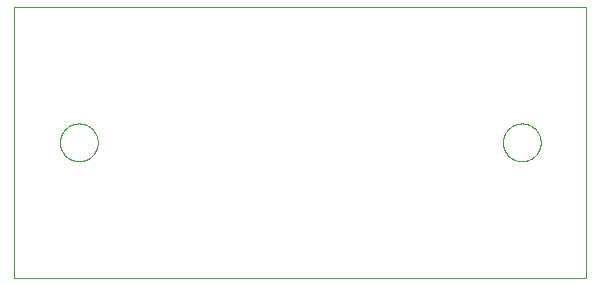
<source format=gtp>
G75*
%MOIN*%
%OFA0B0*%
%FSLAX25Y25*%
%IPPOS*%
%LPD*%
%AMOC8*
5,1,8,0,0,1.08239X$1,22.5*
%
%ADD10C,0.00000*%
D10*
X0001134Y0001000D02*
X0001134Y0091551D01*
X0191827Y0091551D01*
X0191827Y0001000D01*
X0001134Y0001000D01*
X0016362Y0046276D02*
X0016364Y0046434D01*
X0016370Y0046592D01*
X0016380Y0046750D01*
X0016394Y0046908D01*
X0016412Y0047065D01*
X0016433Y0047222D01*
X0016459Y0047378D01*
X0016489Y0047534D01*
X0016522Y0047689D01*
X0016560Y0047842D01*
X0016601Y0047995D01*
X0016646Y0048147D01*
X0016695Y0048298D01*
X0016748Y0048447D01*
X0016804Y0048595D01*
X0016864Y0048741D01*
X0016928Y0048886D01*
X0016996Y0049029D01*
X0017067Y0049171D01*
X0017141Y0049311D01*
X0017219Y0049448D01*
X0017301Y0049584D01*
X0017385Y0049718D01*
X0017474Y0049849D01*
X0017565Y0049978D01*
X0017660Y0050105D01*
X0017757Y0050230D01*
X0017858Y0050352D01*
X0017962Y0050471D01*
X0018069Y0050588D01*
X0018179Y0050702D01*
X0018292Y0050813D01*
X0018407Y0050922D01*
X0018525Y0051027D01*
X0018646Y0051129D01*
X0018769Y0051229D01*
X0018895Y0051325D01*
X0019023Y0051418D01*
X0019153Y0051508D01*
X0019286Y0051594D01*
X0019421Y0051678D01*
X0019557Y0051757D01*
X0019696Y0051834D01*
X0019837Y0051906D01*
X0019979Y0051976D01*
X0020123Y0052041D01*
X0020269Y0052103D01*
X0020416Y0052161D01*
X0020565Y0052216D01*
X0020715Y0052267D01*
X0020866Y0052314D01*
X0021018Y0052357D01*
X0021171Y0052396D01*
X0021326Y0052432D01*
X0021481Y0052463D01*
X0021637Y0052491D01*
X0021793Y0052515D01*
X0021950Y0052535D01*
X0022108Y0052551D01*
X0022265Y0052563D01*
X0022424Y0052571D01*
X0022582Y0052575D01*
X0022740Y0052575D01*
X0022898Y0052571D01*
X0023057Y0052563D01*
X0023214Y0052551D01*
X0023372Y0052535D01*
X0023529Y0052515D01*
X0023685Y0052491D01*
X0023841Y0052463D01*
X0023996Y0052432D01*
X0024151Y0052396D01*
X0024304Y0052357D01*
X0024456Y0052314D01*
X0024607Y0052267D01*
X0024757Y0052216D01*
X0024906Y0052161D01*
X0025053Y0052103D01*
X0025199Y0052041D01*
X0025343Y0051976D01*
X0025485Y0051906D01*
X0025626Y0051834D01*
X0025765Y0051757D01*
X0025901Y0051678D01*
X0026036Y0051594D01*
X0026169Y0051508D01*
X0026299Y0051418D01*
X0026427Y0051325D01*
X0026553Y0051229D01*
X0026676Y0051129D01*
X0026797Y0051027D01*
X0026915Y0050922D01*
X0027030Y0050813D01*
X0027143Y0050702D01*
X0027253Y0050588D01*
X0027360Y0050471D01*
X0027464Y0050352D01*
X0027565Y0050230D01*
X0027662Y0050105D01*
X0027757Y0049978D01*
X0027848Y0049849D01*
X0027937Y0049718D01*
X0028021Y0049584D01*
X0028103Y0049448D01*
X0028181Y0049311D01*
X0028255Y0049171D01*
X0028326Y0049029D01*
X0028394Y0048886D01*
X0028458Y0048741D01*
X0028518Y0048595D01*
X0028574Y0048447D01*
X0028627Y0048298D01*
X0028676Y0048147D01*
X0028721Y0047995D01*
X0028762Y0047842D01*
X0028800Y0047689D01*
X0028833Y0047534D01*
X0028863Y0047378D01*
X0028889Y0047222D01*
X0028910Y0047065D01*
X0028928Y0046908D01*
X0028942Y0046750D01*
X0028952Y0046592D01*
X0028958Y0046434D01*
X0028960Y0046276D01*
X0028958Y0046118D01*
X0028952Y0045960D01*
X0028942Y0045802D01*
X0028928Y0045644D01*
X0028910Y0045487D01*
X0028889Y0045330D01*
X0028863Y0045174D01*
X0028833Y0045018D01*
X0028800Y0044863D01*
X0028762Y0044710D01*
X0028721Y0044557D01*
X0028676Y0044405D01*
X0028627Y0044254D01*
X0028574Y0044105D01*
X0028518Y0043957D01*
X0028458Y0043811D01*
X0028394Y0043666D01*
X0028326Y0043523D01*
X0028255Y0043381D01*
X0028181Y0043241D01*
X0028103Y0043104D01*
X0028021Y0042968D01*
X0027937Y0042834D01*
X0027848Y0042703D01*
X0027757Y0042574D01*
X0027662Y0042447D01*
X0027565Y0042322D01*
X0027464Y0042200D01*
X0027360Y0042081D01*
X0027253Y0041964D01*
X0027143Y0041850D01*
X0027030Y0041739D01*
X0026915Y0041630D01*
X0026797Y0041525D01*
X0026676Y0041423D01*
X0026553Y0041323D01*
X0026427Y0041227D01*
X0026299Y0041134D01*
X0026169Y0041044D01*
X0026036Y0040958D01*
X0025901Y0040874D01*
X0025765Y0040795D01*
X0025626Y0040718D01*
X0025485Y0040646D01*
X0025343Y0040576D01*
X0025199Y0040511D01*
X0025053Y0040449D01*
X0024906Y0040391D01*
X0024757Y0040336D01*
X0024607Y0040285D01*
X0024456Y0040238D01*
X0024304Y0040195D01*
X0024151Y0040156D01*
X0023996Y0040120D01*
X0023841Y0040089D01*
X0023685Y0040061D01*
X0023529Y0040037D01*
X0023372Y0040017D01*
X0023214Y0040001D01*
X0023057Y0039989D01*
X0022898Y0039981D01*
X0022740Y0039977D01*
X0022582Y0039977D01*
X0022424Y0039981D01*
X0022265Y0039989D01*
X0022108Y0040001D01*
X0021950Y0040017D01*
X0021793Y0040037D01*
X0021637Y0040061D01*
X0021481Y0040089D01*
X0021326Y0040120D01*
X0021171Y0040156D01*
X0021018Y0040195D01*
X0020866Y0040238D01*
X0020715Y0040285D01*
X0020565Y0040336D01*
X0020416Y0040391D01*
X0020269Y0040449D01*
X0020123Y0040511D01*
X0019979Y0040576D01*
X0019837Y0040646D01*
X0019696Y0040718D01*
X0019557Y0040795D01*
X0019421Y0040874D01*
X0019286Y0040958D01*
X0019153Y0041044D01*
X0019023Y0041134D01*
X0018895Y0041227D01*
X0018769Y0041323D01*
X0018646Y0041423D01*
X0018525Y0041525D01*
X0018407Y0041630D01*
X0018292Y0041739D01*
X0018179Y0041850D01*
X0018069Y0041964D01*
X0017962Y0042081D01*
X0017858Y0042200D01*
X0017757Y0042322D01*
X0017660Y0042447D01*
X0017565Y0042574D01*
X0017474Y0042703D01*
X0017385Y0042834D01*
X0017301Y0042968D01*
X0017219Y0043104D01*
X0017141Y0043241D01*
X0017067Y0043381D01*
X0016996Y0043523D01*
X0016928Y0043666D01*
X0016864Y0043811D01*
X0016804Y0043957D01*
X0016748Y0044105D01*
X0016695Y0044254D01*
X0016646Y0044405D01*
X0016601Y0044557D01*
X0016560Y0044710D01*
X0016522Y0044863D01*
X0016489Y0045018D01*
X0016459Y0045174D01*
X0016433Y0045330D01*
X0016412Y0045487D01*
X0016394Y0045644D01*
X0016380Y0045802D01*
X0016370Y0045960D01*
X0016364Y0046118D01*
X0016362Y0046276D01*
X0164000Y0046276D02*
X0164002Y0046434D01*
X0164008Y0046592D01*
X0164018Y0046750D01*
X0164032Y0046908D01*
X0164050Y0047065D01*
X0164071Y0047222D01*
X0164097Y0047378D01*
X0164127Y0047534D01*
X0164160Y0047689D01*
X0164198Y0047842D01*
X0164239Y0047995D01*
X0164284Y0048147D01*
X0164333Y0048298D01*
X0164386Y0048447D01*
X0164442Y0048595D01*
X0164502Y0048741D01*
X0164566Y0048886D01*
X0164634Y0049029D01*
X0164705Y0049171D01*
X0164779Y0049311D01*
X0164857Y0049448D01*
X0164939Y0049584D01*
X0165023Y0049718D01*
X0165112Y0049849D01*
X0165203Y0049978D01*
X0165298Y0050105D01*
X0165395Y0050230D01*
X0165496Y0050352D01*
X0165600Y0050471D01*
X0165707Y0050588D01*
X0165817Y0050702D01*
X0165930Y0050813D01*
X0166045Y0050922D01*
X0166163Y0051027D01*
X0166284Y0051129D01*
X0166407Y0051229D01*
X0166533Y0051325D01*
X0166661Y0051418D01*
X0166791Y0051508D01*
X0166924Y0051594D01*
X0167059Y0051678D01*
X0167195Y0051757D01*
X0167334Y0051834D01*
X0167475Y0051906D01*
X0167617Y0051976D01*
X0167761Y0052041D01*
X0167907Y0052103D01*
X0168054Y0052161D01*
X0168203Y0052216D01*
X0168353Y0052267D01*
X0168504Y0052314D01*
X0168656Y0052357D01*
X0168809Y0052396D01*
X0168964Y0052432D01*
X0169119Y0052463D01*
X0169275Y0052491D01*
X0169431Y0052515D01*
X0169588Y0052535D01*
X0169746Y0052551D01*
X0169903Y0052563D01*
X0170062Y0052571D01*
X0170220Y0052575D01*
X0170378Y0052575D01*
X0170536Y0052571D01*
X0170695Y0052563D01*
X0170852Y0052551D01*
X0171010Y0052535D01*
X0171167Y0052515D01*
X0171323Y0052491D01*
X0171479Y0052463D01*
X0171634Y0052432D01*
X0171789Y0052396D01*
X0171942Y0052357D01*
X0172094Y0052314D01*
X0172245Y0052267D01*
X0172395Y0052216D01*
X0172544Y0052161D01*
X0172691Y0052103D01*
X0172837Y0052041D01*
X0172981Y0051976D01*
X0173123Y0051906D01*
X0173264Y0051834D01*
X0173403Y0051757D01*
X0173539Y0051678D01*
X0173674Y0051594D01*
X0173807Y0051508D01*
X0173937Y0051418D01*
X0174065Y0051325D01*
X0174191Y0051229D01*
X0174314Y0051129D01*
X0174435Y0051027D01*
X0174553Y0050922D01*
X0174668Y0050813D01*
X0174781Y0050702D01*
X0174891Y0050588D01*
X0174998Y0050471D01*
X0175102Y0050352D01*
X0175203Y0050230D01*
X0175300Y0050105D01*
X0175395Y0049978D01*
X0175486Y0049849D01*
X0175575Y0049718D01*
X0175659Y0049584D01*
X0175741Y0049448D01*
X0175819Y0049311D01*
X0175893Y0049171D01*
X0175964Y0049029D01*
X0176032Y0048886D01*
X0176096Y0048741D01*
X0176156Y0048595D01*
X0176212Y0048447D01*
X0176265Y0048298D01*
X0176314Y0048147D01*
X0176359Y0047995D01*
X0176400Y0047842D01*
X0176438Y0047689D01*
X0176471Y0047534D01*
X0176501Y0047378D01*
X0176527Y0047222D01*
X0176548Y0047065D01*
X0176566Y0046908D01*
X0176580Y0046750D01*
X0176590Y0046592D01*
X0176596Y0046434D01*
X0176598Y0046276D01*
X0176596Y0046118D01*
X0176590Y0045960D01*
X0176580Y0045802D01*
X0176566Y0045644D01*
X0176548Y0045487D01*
X0176527Y0045330D01*
X0176501Y0045174D01*
X0176471Y0045018D01*
X0176438Y0044863D01*
X0176400Y0044710D01*
X0176359Y0044557D01*
X0176314Y0044405D01*
X0176265Y0044254D01*
X0176212Y0044105D01*
X0176156Y0043957D01*
X0176096Y0043811D01*
X0176032Y0043666D01*
X0175964Y0043523D01*
X0175893Y0043381D01*
X0175819Y0043241D01*
X0175741Y0043104D01*
X0175659Y0042968D01*
X0175575Y0042834D01*
X0175486Y0042703D01*
X0175395Y0042574D01*
X0175300Y0042447D01*
X0175203Y0042322D01*
X0175102Y0042200D01*
X0174998Y0042081D01*
X0174891Y0041964D01*
X0174781Y0041850D01*
X0174668Y0041739D01*
X0174553Y0041630D01*
X0174435Y0041525D01*
X0174314Y0041423D01*
X0174191Y0041323D01*
X0174065Y0041227D01*
X0173937Y0041134D01*
X0173807Y0041044D01*
X0173674Y0040958D01*
X0173539Y0040874D01*
X0173403Y0040795D01*
X0173264Y0040718D01*
X0173123Y0040646D01*
X0172981Y0040576D01*
X0172837Y0040511D01*
X0172691Y0040449D01*
X0172544Y0040391D01*
X0172395Y0040336D01*
X0172245Y0040285D01*
X0172094Y0040238D01*
X0171942Y0040195D01*
X0171789Y0040156D01*
X0171634Y0040120D01*
X0171479Y0040089D01*
X0171323Y0040061D01*
X0171167Y0040037D01*
X0171010Y0040017D01*
X0170852Y0040001D01*
X0170695Y0039989D01*
X0170536Y0039981D01*
X0170378Y0039977D01*
X0170220Y0039977D01*
X0170062Y0039981D01*
X0169903Y0039989D01*
X0169746Y0040001D01*
X0169588Y0040017D01*
X0169431Y0040037D01*
X0169275Y0040061D01*
X0169119Y0040089D01*
X0168964Y0040120D01*
X0168809Y0040156D01*
X0168656Y0040195D01*
X0168504Y0040238D01*
X0168353Y0040285D01*
X0168203Y0040336D01*
X0168054Y0040391D01*
X0167907Y0040449D01*
X0167761Y0040511D01*
X0167617Y0040576D01*
X0167475Y0040646D01*
X0167334Y0040718D01*
X0167195Y0040795D01*
X0167059Y0040874D01*
X0166924Y0040958D01*
X0166791Y0041044D01*
X0166661Y0041134D01*
X0166533Y0041227D01*
X0166407Y0041323D01*
X0166284Y0041423D01*
X0166163Y0041525D01*
X0166045Y0041630D01*
X0165930Y0041739D01*
X0165817Y0041850D01*
X0165707Y0041964D01*
X0165600Y0042081D01*
X0165496Y0042200D01*
X0165395Y0042322D01*
X0165298Y0042447D01*
X0165203Y0042574D01*
X0165112Y0042703D01*
X0165023Y0042834D01*
X0164939Y0042968D01*
X0164857Y0043104D01*
X0164779Y0043241D01*
X0164705Y0043381D01*
X0164634Y0043523D01*
X0164566Y0043666D01*
X0164502Y0043811D01*
X0164442Y0043957D01*
X0164386Y0044105D01*
X0164333Y0044254D01*
X0164284Y0044405D01*
X0164239Y0044557D01*
X0164198Y0044710D01*
X0164160Y0044863D01*
X0164127Y0045018D01*
X0164097Y0045174D01*
X0164071Y0045330D01*
X0164050Y0045487D01*
X0164032Y0045644D01*
X0164018Y0045802D01*
X0164008Y0045960D01*
X0164002Y0046118D01*
X0164000Y0046276D01*
M02*

</source>
